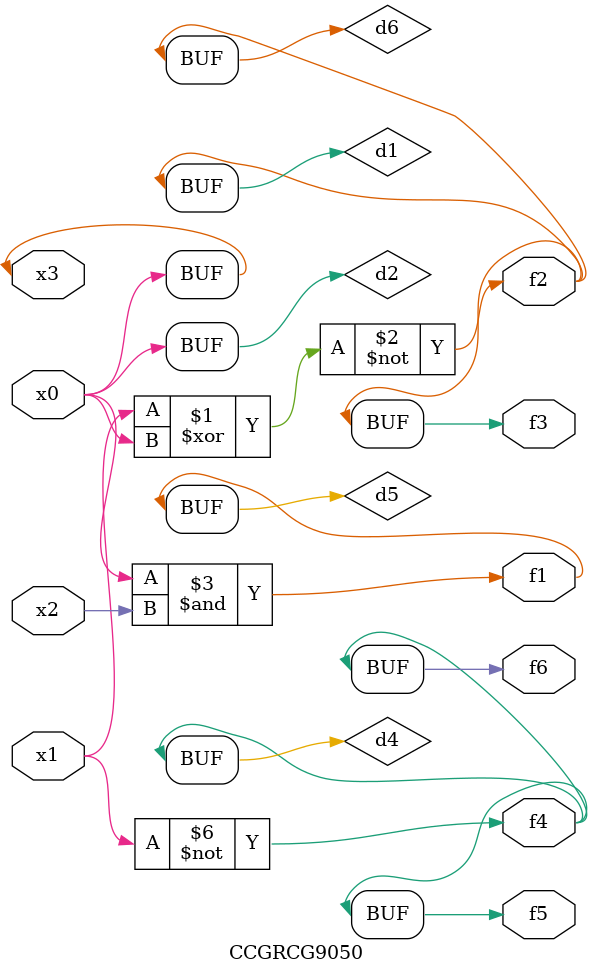
<source format=v>
module CCGRCG9050(
	input x0, x1, x2, x3,
	output f1, f2, f3, f4, f5, f6
);

	wire d1, d2, d3, d4, d5, d6;

	xnor (d1, x1, x3);
	buf (d2, x0, x3);
	nand (d3, x0, x2);
	not (d4, x1);
	nand (d5, d3);
	or (d6, d1);
	assign f1 = d5;
	assign f2 = d6;
	assign f3 = d6;
	assign f4 = d4;
	assign f5 = d4;
	assign f6 = d4;
endmodule

</source>
